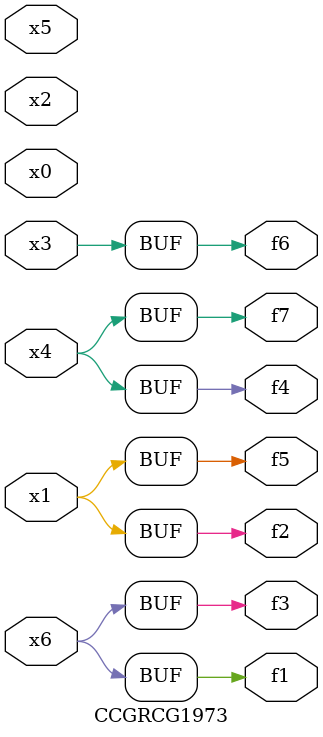
<source format=v>
module CCGRCG1973(
	input x0, x1, x2, x3, x4, x5, x6,
	output f1, f2, f3, f4, f5, f6, f7
);
	assign f1 = x6;
	assign f2 = x1;
	assign f3 = x6;
	assign f4 = x4;
	assign f5 = x1;
	assign f6 = x3;
	assign f7 = x4;
endmodule

</source>
